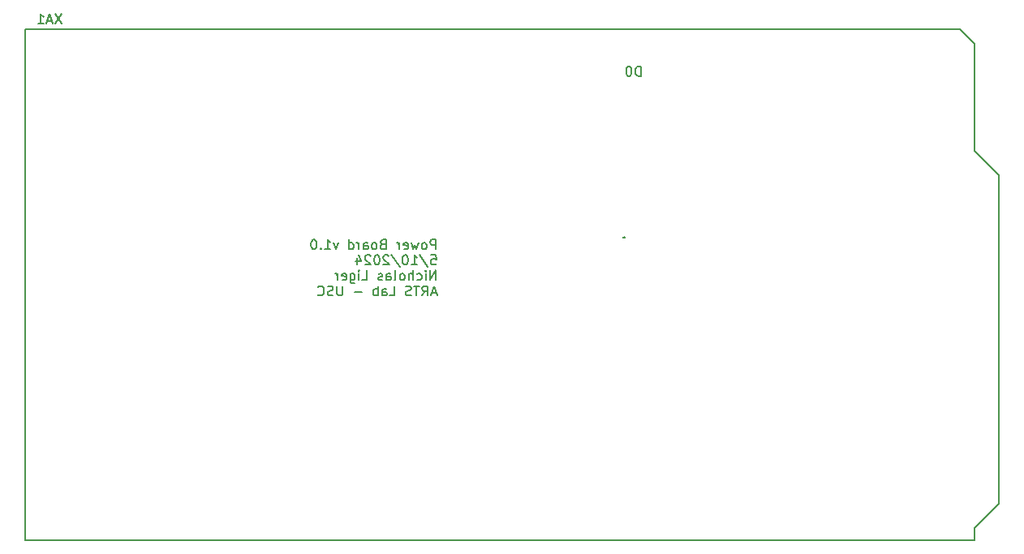
<source format=gbr>
%TF.GenerationSoftware,KiCad,Pcbnew,7.0.10*%
%TF.CreationDate,2024-05-14T13:40:59-04:00*%
%TF.ProjectId,Power PCB,506f7765-7220-4504-9342-2e6b69636164,rev?*%
%TF.SameCoordinates,Original*%
%TF.FileFunction,Legend,Bot*%
%TF.FilePolarity,Positive*%
%FSLAX46Y46*%
G04 Gerber Fmt 4.6, Leading zero omitted, Abs format (unit mm)*
G04 Created by KiCad (PCBNEW 7.0.10) date 2024-05-14 13:40:59*
%MOMM*%
%LPD*%
G01*
G04 APERTURE LIST*
%ADD10C,0.150000*%
G04 APERTURE END LIST*
D10*
X141903220Y-81399819D02*
X141903220Y-80399819D01*
X141903220Y-80399819D02*
X141522268Y-80399819D01*
X141522268Y-80399819D02*
X141427030Y-80447438D01*
X141427030Y-80447438D02*
X141379411Y-80495057D01*
X141379411Y-80495057D02*
X141331792Y-80590295D01*
X141331792Y-80590295D02*
X141331792Y-80733152D01*
X141331792Y-80733152D02*
X141379411Y-80828390D01*
X141379411Y-80828390D02*
X141427030Y-80876009D01*
X141427030Y-80876009D02*
X141522268Y-80923628D01*
X141522268Y-80923628D02*
X141903220Y-80923628D01*
X140760363Y-81399819D02*
X140855601Y-81352200D01*
X140855601Y-81352200D02*
X140903220Y-81304580D01*
X140903220Y-81304580D02*
X140950839Y-81209342D01*
X140950839Y-81209342D02*
X140950839Y-80923628D01*
X140950839Y-80923628D02*
X140903220Y-80828390D01*
X140903220Y-80828390D02*
X140855601Y-80780771D01*
X140855601Y-80780771D02*
X140760363Y-80733152D01*
X140760363Y-80733152D02*
X140617506Y-80733152D01*
X140617506Y-80733152D02*
X140522268Y-80780771D01*
X140522268Y-80780771D02*
X140474649Y-80828390D01*
X140474649Y-80828390D02*
X140427030Y-80923628D01*
X140427030Y-80923628D02*
X140427030Y-81209342D01*
X140427030Y-81209342D02*
X140474649Y-81304580D01*
X140474649Y-81304580D02*
X140522268Y-81352200D01*
X140522268Y-81352200D02*
X140617506Y-81399819D01*
X140617506Y-81399819D02*
X140760363Y-81399819D01*
X140093696Y-80733152D02*
X139903220Y-81399819D01*
X139903220Y-81399819D02*
X139712744Y-80923628D01*
X139712744Y-80923628D02*
X139522268Y-81399819D01*
X139522268Y-81399819D02*
X139331792Y-80733152D01*
X138569887Y-81352200D02*
X138665125Y-81399819D01*
X138665125Y-81399819D02*
X138855601Y-81399819D01*
X138855601Y-81399819D02*
X138950839Y-81352200D01*
X138950839Y-81352200D02*
X138998458Y-81256961D01*
X138998458Y-81256961D02*
X138998458Y-80876009D01*
X138998458Y-80876009D02*
X138950839Y-80780771D01*
X138950839Y-80780771D02*
X138855601Y-80733152D01*
X138855601Y-80733152D02*
X138665125Y-80733152D01*
X138665125Y-80733152D02*
X138569887Y-80780771D01*
X138569887Y-80780771D02*
X138522268Y-80876009D01*
X138522268Y-80876009D02*
X138522268Y-80971247D01*
X138522268Y-80971247D02*
X138998458Y-81066485D01*
X138093696Y-81399819D02*
X138093696Y-80733152D01*
X138093696Y-80923628D02*
X138046077Y-80828390D01*
X138046077Y-80828390D02*
X137998458Y-80780771D01*
X137998458Y-80780771D02*
X137903220Y-80733152D01*
X137903220Y-80733152D02*
X137807982Y-80733152D01*
X136379410Y-80876009D02*
X136236553Y-80923628D01*
X136236553Y-80923628D02*
X136188934Y-80971247D01*
X136188934Y-80971247D02*
X136141315Y-81066485D01*
X136141315Y-81066485D02*
X136141315Y-81209342D01*
X136141315Y-81209342D02*
X136188934Y-81304580D01*
X136188934Y-81304580D02*
X136236553Y-81352200D01*
X136236553Y-81352200D02*
X136331791Y-81399819D01*
X136331791Y-81399819D02*
X136712743Y-81399819D01*
X136712743Y-81399819D02*
X136712743Y-80399819D01*
X136712743Y-80399819D02*
X136379410Y-80399819D01*
X136379410Y-80399819D02*
X136284172Y-80447438D01*
X136284172Y-80447438D02*
X136236553Y-80495057D01*
X136236553Y-80495057D02*
X136188934Y-80590295D01*
X136188934Y-80590295D02*
X136188934Y-80685533D01*
X136188934Y-80685533D02*
X136236553Y-80780771D01*
X136236553Y-80780771D02*
X136284172Y-80828390D01*
X136284172Y-80828390D02*
X136379410Y-80876009D01*
X136379410Y-80876009D02*
X136712743Y-80876009D01*
X135569886Y-81399819D02*
X135665124Y-81352200D01*
X135665124Y-81352200D02*
X135712743Y-81304580D01*
X135712743Y-81304580D02*
X135760362Y-81209342D01*
X135760362Y-81209342D02*
X135760362Y-80923628D01*
X135760362Y-80923628D02*
X135712743Y-80828390D01*
X135712743Y-80828390D02*
X135665124Y-80780771D01*
X135665124Y-80780771D02*
X135569886Y-80733152D01*
X135569886Y-80733152D02*
X135427029Y-80733152D01*
X135427029Y-80733152D02*
X135331791Y-80780771D01*
X135331791Y-80780771D02*
X135284172Y-80828390D01*
X135284172Y-80828390D02*
X135236553Y-80923628D01*
X135236553Y-80923628D02*
X135236553Y-81209342D01*
X135236553Y-81209342D02*
X135284172Y-81304580D01*
X135284172Y-81304580D02*
X135331791Y-81352200D01*
X135331791Y-81352200D02*
X135427029Y-81399819D01*
X135427029Y-81399819D02*
X135569886Y-81399819D01*
X134379410Y-81399819D02*
X134379410Y-80876009D01*
X134379410Y-80876009D02*
X134427029Y-80780771D01*
X134427029Y-80780771D02*
X134522267Y-80733152D01*
X134522267Y-80733152D02*
X134712743Y-80733152D01*
X134712743Y-80733152D02*
X134807981Y-80780771D01*
X134379410Y-81352200D02*
X134474648Y-81399819D01*
X134474648Y-81399819D02*
X134712743Y-81399819D01*
X134712743Y-81399819D02*
X134807981Y-81352200D01*
X134807981Y-81352200D02*
X134855600Y-81256961D01*
X134855600Y-81256961D02*
X134855600Y-81161723D01*
X134855600Y-81161723D02*
X134807981Y-81066485D01*
X134807981Y-81066485D02*
X134712743Y-81018866D01*
X134712743Y-81018866D02*
X134474648Y-81018866D01*
X134474648Y-81018866D02*
X134379410Y-80971247D01*
X133903219Y-81399819D02*
X133903219Y-80733152D01*
X133903219Y-80923628D02*
X133855600Y-80828390D01*
X133855600Y-80828390D02*
X133807981Y-80780771D01*
X133807981Y-80780771D02*
X133712743Y-80733152D01*
X133712743Y-80733152D02*
X133617505Y-80733152D01*
X132855600Y-81399819D02*
X132855600Y-80399819D01*
X132855600Y-81352200D02*
X132950838Y-81399819D01*
X132950838Y-81399819D02*
X133141314Y-81399819D01*
X133141314Y-81399819D02*
X133236552Y-81352200D01*
X133236552Y-81352200D02*
X133284171Y-81304580D01*
X133284171Y-81304580D02*
X133331790Y-81209342D01*
X133331790Y-81209342D02*
X133331790Y-80923628D01*
X133331790Y-80923628D02*
X133284171Y-80828390D01*
X133284171Y-80828390D02*
X133236552Y-80780771D01*
X133236552Y-80780771D02*
X133141314Y-80733152D01*
X133141314Y-80733152D02*
X132950838Y-80733152D01*
X132950838Y-80733152D02*
X132855600Y-80780771D01*
X131712742Y-80733152D02*
X131474647Y-81399819D01*
X131474647Y-81399819D02*
X131236552Y-80733152D01*
X130331790Y-81399819D02*
X130903218Y-81399819D01*
X130617504Y-81399819D02*
X130617504Y-80399819D01*
X130617504Y-80399819D02*
X130712742Y-80542676D01*
X130712742Y-80542676D02*
X130807980Y-80637914D01*
X130807980Y-80637914D02*
X130903218Y-80685533D01*
X129903218Y-81304580D02*
X129855599Y-81352200D01*
X129855599Y-81352200D02*
X129903218Y-81399819D01*
X129903218Y-81399819D02*
X129950837Y-81352200D01*
X129950837Y-81352200D02*
X129903218Y-81304580D01*
X129903218Y-81304580D02*
X129903218Y-81399819D01*
X129236552Y-80399819D02*
X129141314Y-80399819D01*
X129141314Y-80399819D02*
X129046076Y-80447438D01*
X129046076Y-80447438D02*
X128998457Y-80495057D01*
X128998457Y-80495057D02*
X128950838Y-80590295D01*
X128950838Y-80590295D02*
X128903219Y-80780771D01*
X128903219Y-80780771D02*
X128903219Y-81018866D01*
X128903219Y-81018866D02*
X128950838Y-81209342D01*
X128950838Y-81209342D02*
X128998457Y-81304580D01*
X128998457Y-81304580D02*
X129046076Y-81352200D01*
X129046076Y-81352200D02*
X129141314Y-81399819D01*
X129141314Y-81399819D02*
X129236552Y-81399819D01*
X129236552Y-81399819D02*
X129331790Y-81352200D01*
X129331790Y-81352200D02*
X129379409Y-81304580D01*
X129379409Y-81304580D02*
X129427028Y-81209342D01*
X129427028Y-81209342D02*
X129474647Y-81018866D01*
X129474647Y-81018866D02*
X129474647Y-80780771D01*
X129474647Y-80780771D02*
X129427028Y-80590295D01*
X129427028Y-80590295D02*
X129379409Y-80495057D01*
X129379409Y-80495057D02*
X129331790Y-80447438D01*
X129331790Y-80447438D02*
X129236552Y-80399819D01*
X141427030Y-82009819D02*
X141903220Y-82009819D01*
X141903220Y-82009819D02*
X141950839Y-82486009D01*
X141950839Y-82486009D02*
X141903220Y-82438390D01*
X141903220Y-82438390D02*
X141807982Y-82390771D01*
X141807982Y-82390771D02*
X141569887Y-82390771D01*
X141569887Y-82390771D02*
X141474649Y-82438390D01*
X141474649Y-82438390D02*
X141427030Y-82486009D01*
X141427030Y-82486009D02*
X141379411Y-82581247D01*
X141379411Y-82581247D02*
X141379411Y-82819342D01*
X141379411Y-82819342D02*
X141427030Y-82914580D01*
X141427030Y-82914580D02*
X141474649Y-82962200D01*
X141474649Y-82962200D02*
X141569887Y-83009819D01*
X141569887Y-83009819D02*
X141807982Y-83009819D01*
X141807982Y-83009819D02*
X141903220Y-82962200D01*
X141903220Y-82962200D02*
X141950839Y-82914580D01*
X140236554Y-81962200D02*
X141093696Y-83247914D01*
X139379411Y-83009819D02*
X139950839Y-83009819D01*
X139665125Y-83009819D02*
X139665125Y-82009819D01*
X139665125Y-82009819D02*
X139760363Y-82152676D01*
X139760363Y-82152676D02*
X139855601Y-82247914D01*
X139855601Y-82247914D02*
X139950839Y-82295533D01*
X138760363Y-82009819D02*
X138665125Y-82009819D01*
X138665125Y-82009819D02*
X138569887Y-82057438D01*
X138569887Y-82057438D02*
X138522268Y-82105057D01*
X138522268Y-82105057D02*
X138474649Y-82200295D01*
X138474649Y-82200295D02*
X138427030Y-82390771D01*
X138427030Y-82390771D02*
X138427030Y-82628866D01*
X138427030Y-82628866D02*
X138474649Y-82819342D01*
X138474649Y-82819342D02*
X138522268Y-82914580D01*
X138522268Y-82914580D02*
X138569887Y-82962200D01*
X138569887Y-82962200D02*
X138665125Y-83009819D01*
X138665125Y-83009819D02*
X138760363Y-83009819D01*
X138760363Y-83009819D02*
X138855601Y-82962200D01*
X138855601Y-82962200D02*
X138903220Y-82914580D01*
X138903220Y-82914580D02*
X138950839Y-82819342D01*
X138950839Y-82819342D02*
X138998458Y-82628866D01*
X138998458Y-82628866D02*
X138998458Y-82390771D01*
X138998458Y-82390771D02*
X138950839Y-82200295D01*
X138950839Y-82200295D02*
X138903220Y-82105057D01*
X138903220Y-82105057D02*
X138855601Y-82057438D01*
X138855601Y-82057438D02*
X138760363Y-82009819D01*
X137284173Y-81962200D02*
X138141315Y-83247914D01*
X136998458Y-82105057D02*
X136950839Y-82057438D01*
X136950839Y-82057438D02*
X136855601Y-82009819D01*
X136855601Y-82009819D02*
X136617506Y-82009819D01*
X136617506Y-82009819D02*
X136522268Y-82057438D01*
X136522268Y-82057438D02*
X136474649Y-82105057D01*
X136474649Y-82105057D02*
X136427030Y-82200295D01*
X136427030Y-82200295D02*
X136427030Y-82295533D01*
X136427030Y-82295533D02*
X136474649Y-82438390D01*
X136474649Y-82438390D02*
X137046077Y-83009819D01*
X137046077Y-83009819D02*
X136427030Y-83009819D01*
X135807982Y-82009819D02*
X135712744Y-82009819D01*
X135712744Y-82009819D02*
X135617506Y-82057438D01*
X135617506Y-82057438D02*
X135569887Y-82105057D01*
X135569887Y-82105057D02*
X135522268Y-82200295D01*
X135522268Y-82200295D02*
X135474649Y-82390771D01*
X135474649Y-82390771D02*
X135474649Y-82628866D01*
X135474649Y-82628866D02*
X135522268Y-82819342D01*
X135522268Y-82819342D02*
X135569887Y-82914580D01*
X135569887Y-82914580D02*
X135617506Y-82962200D01*
X135617506Y-82962200D02*
X135712744Y-83009819D01*
X135712744Y-83009819D02*
X135807982Y-83009819D01*
X135807982Y-83009819D02*
X135903220Y-82962200D01*
X135903220Y-82962200D02*
X135950839Y-82914580D01*
X135950839Y-82914580D02*
X135998458Y-82819342D01*
X135998458Y-82819342D02*
X136046077Y-82628866D01*
X136046077Y-82628866D02*
X136046077Y-82390771D01*
X136046077Y-82390771D02*
X135998458Y-82200295D01*
X135998458Y-82200295D02*
X135950839Y-82105057D01*
X135950839Y-82105057D02*
X135903220Y-82057438D01*
X135903220Y-82057438D02*
X135807982Y-82009819D01*
X135093696Y-82105057D02*
X135046077Y-82057438D01*
X135046077Y-82057438D02*
X134950839Y-82009819D01*
X134950839Y-82009819D02*
X134712744Y-82009819D01*
X134712744Y-82009819D02*
X134617506Y-82057438D01*
X134617506Y-82057438D02*
X134569887Y-82105057D01*
X134569887Y-82105057D02*
X134522268Y-82200295D01*
X134522268Y-82200295D02*
X134522268Y-82295533D01*
X134522268Y-82295533D02*
X134569887Y-82438390D01*
X134569887Y-82438390D02*
X135141315Y-83009819D01*
X135141315Y-83009819D02*
X134522268Y-83009819D01*
X133665125Y-82343152D02*
X133665125Y-83009819D01*
X133903220Y-81962200D02*
X134141315Y-82676485D01*
X134141315Y-82676485D02*
X133522268Y-82676485D01*
X141903220Y-84619819D02*
X141903220Y-83619819D01*
X141903220Y-83619819D02*
X141331792Y-84619819D01*
X141331792Y-84619819D02*
X141331792Y-83619819D01*
X140855601Y-84619819D02*
X140855601Y-83953152D01*
X140855601Y-83619819D02*
X140903220Y-83667438D01*
X140903220Y-83667438D02*
X140855601Y-83715057D01*
X140855601Y-83715057D02*
X140807982Y-83667438D01*
X140807982Y-83667438D02*
X140855601Y-83619819D01*
X140855601Y-83619819D02*
X140855601Y-83715057D01*
X139950840Y-84572200D02*
X140046078Y-84619819D01*
X140046078Y-84619819D02*
X140236554Y-84619819D01*
X140236554Y-84619819D02*
X140331792Y-84572200D01*
X140331792Y-84572200D02*
X140379411Y-84524580D01*
X140379411Y-84524580D02*
X140427030Y-84429342D01*
X140427030Y-84429342D02*
X140427030Y-84143628D01*
X140427030Y-84143628D02*
X140379411Y-84048390D01*
X140379411Y-84048390D02*
X140331792Y-84000771D01*
X140331792Y-84000771D02*
X140236554Y-83953152D01*
X140236554Y-83953152D02*
X140046078Y-83953152D01*
X140046078Y-83953152D02*
X139950840Y-84000771D01*
X139522268Y-84619819D02*
X139522268Y-83619819D01*
X139093697Y-84619819D02*
X139093697Y-84096009D01*
X139093697Y-84096009D02*
X139141316Y-84000771D01*
X139141316Y-84000771D02*
X139236554Y-83953152D01*
X139236554Y-83953152D02*
X139379411Y-83953152D01*
X139379411Y-83953152D02*
X139474649Y-84000771D01*
X139474649Y-84000771D02*
X139522268Y-84048390D01*
X138474649Y-84619819D02*
X138569887Y-84572200D01*
X138569887Y-84572200D02*
X138617506Y-84524580D01*
X138617506Y-84524580D02*
X138665125Y-84429342D01*
X138665125Y-84429342D02*
X138665125Y-84143628D01*
X138665125Y-84143628D02*
X138617506Y-84048390D01*
X138617506Y-84048390D02*
X138569887Y-84000771D01*
X138569887Y-84000771D02*
X138474649Y-83953152D01*
X138474649Y-83953152D02*
X138331792Y-83953152D01*
X138331792Y-83953152D02*
X138236554Y-84000771D01*
X138236554Y-84000771D02*
X138188935Y-84048390D01*
X138188935Y-84048390D02*
X138141316Y-84143628D01*
X138141316Y-84143628D02*
X138141316Y-84429342D01*
X138141316Y-84429342D02*
X138188935Y-84524580D01*
X138188935Y-84524580D02*
X138236554Y-84572200D01*
X138236554Y-84572200D02*
X138331792Y-84619819D01*
X138331792Y-84619819D02*
X138474649Y-84619819D01*
X137569887Y-84619819D02*
X137665125Y-84572200D01*
X137665125Y-84572200D02*
X137712744Y-84476961D01*
X137712744Y-84476961D02*
X137712744Y-83619819D01*
X136760363Y-84619819D02*
X136760363Y-84096009D01*
X136760363Y-84096009D02*
X136807982Y-84000771D01*
X136807982Y-84000771D02*
X136903220Y-83953152D01*
X136903220Y-83953152D02*
X137093696Y-83953152D01*
X137093696Y-83953152D02*
X137188934Y-84000771D01*
X136760363Y-84572200D02*
X136855601Y-84619819D01*
X136855601Y-84619819D02*
X137093696Y-84619819D01*
X137093696Y-84619819D02*
X137188934Y-84572200D01*
X137188934Y-84572200D02*
X137236553Y-84476961D01*
X137236553Y-84476961D02*
X137236553Y-84381723D01*
X137236553Y-84381723D02*
X137188934Y-84286485D01*
X137188934Y-84286485D02*
X137093696Y-84238866D01*
X137093696Y-84238866D02*
X136855601Y-84238866D01*
X136855601Y-84238866D02*
X136760363Y-84191247D01*
X136331791Y-84572200D02*
X136236553Y-84619819D01*
X136236553Y-84619819D02*
X136046077Y-84619819D01*
X136046077Y-84619819D02*
X135950839Y-84572200D01*
X135950839Y-84572200D02*
X135903220Y-84476961D01*
X135903220Y-84476961D02*
X135903220Y-84429342D01*
X135903220Y-84429342D02*
X135950839Y-84334104D01*
X135950839Y-84334104D02*
X136046077Y-84286485D01*
X136046077Y-84286485D02*
X136188934Y-84286485D01*
X136188934Y-84286485D02*
X136284172Y-84238866D01*
X136284172Y-84238866D02*
X136331791Y-84143628D01*
X136331791Y-84143628D02*
X136331791Y-84096009D01*
X136331791Y-84096009D02*
X136284172Y-84000771D01*
X136284172Y-84000771D02*
X136188934Y-83953152D01*
X136188934Y-83953152D02*
X136046077Y-83953152D01*
X136046077Y-83953152D02*
X135950839Y-84000771D01*
X134236553Y-84619819D02*
X134712743Y-84619819D01*
X134712743Y-84619819D02*
X134712743Y-83619819D01*
X133903219Y-84619819D02*
X133903219Y-83953152D01*
X133903219Y-83619819D02*
X133950838Y-83667438D01*
X133950838Y-83667438D02*
X133903219Y-83715057D01*
X133903219Y-83715057D02*
X133855600Y-83667438D01*
X133855600Y-83667438D02*
X133903219Y-83619819D01*
X133903219Y-83619819D02*
X133903219Y-83715057D01*
X132998458Y-83953152D02*
X132998458Y-84762676D01*
X132998458Y-84762676D02*
X133046077Y-84857914D01*
X133046077Y-84857914D02*
X133093696Y-84905533D01*
X133093696Y-84905533D02*
X133188934Y-84953152D01*
X133188934Y-84953152D02*
X133331791Y-84953152D01*
X133331791Y-84953152D02*
X133427029Y-84905533D01*
X132998458Y-84572200D02*
X133093696Y-84619819D01*
X133093696Y-84619819D02*
X133284172Y-84619819D01*
X133284172Y-84619819D02*
X133379410Y-84572200D01*
X133379410Y-84572200D02*
X133427029Y-84524580D01*
X133427029Y-84524580D02*
X133474648Y-84429342D01*
X133474648Y-84429342D02*
X133474648Y-84143628D01*
X133474648Y-84143628D02*
X133427029Y-84048390D01*
X133427029Y-84048390D02*
X133379410Y-84000771D01*
X133379410Y-84000771D02*
X133284172Y-83953152D01*
X133284172Y-83953152D02*
X133093696Y-83953152D01*
X133093696Y-83953152D02*
X132998458Y-84000771D01*
X132141315Y-84572200D02*
X132236553Y-84619819D01*
X132236553Y-84619819D02*
X132427029Y-84619819D01*
X132427029Y-84619819D02*
X132522267Y-84572200D01*
X132522267Y-84572200D02*
X132569886Y-84476961D01*
X132569886Y-84476961D02*
X132569886Y-84096009D01*
X132569886Y-84096009D02*
X132522267Y-84000771D01*
X132522267Y-84000771D02*
X132427029Y-83953152D01*
X132427029Y-83953152D02*
X132236553Y-83953152D01*
X132236553Y-83953152D02*
X132141315Y-84000771D01*
X132141315Y-84000771D02*
X132093696Y-84096009D01*
X132093696Y-84096009D02*
X132093696Y-84191247D01*
X132093696Y-84191247D02*
X132569886Y-84286485D01*
X131665124Y-84619819D02*
X131665124Y-83953152D01*
X131665124Y-84143628D02*
X131617505Y-84048390D01*
X131617505Y-84048390D02*
X131569886Y-84000771D01*
X131569886Y-84000771D02*
X131474648Y-83953152D01*
X131474648Y-83953152D02*
X131379410Y-83953152D01*
X141950839Y-85944104D02*
X141474649Y-85944104D01*
X142046077Y-86229819D02*
X141712744Y-85229819D01*
X141712744Y-85229819D02*
X141379411Y-86229819D01*
X140474649Y-86229819D02*
X140807982Y-85753628D01*
X141046077Y-86229819D02*
X141046077Y-85229819D01*
X141046077Y-85229819D02*
X140665125Y-85229819D01*
X140665125Y-85229819D02*
X140569887Y-85277438D01*
X140569887Y-85277438D02*
X140522268Y-85325057D01*
X140522268Y-85325057D02*
X140474649Y-85420295D01*
X140474649Y-85420295D02*
X140474649Y-85563152D01*
X140474649Y-85563152D02*
X140522268Y-85658390D01*
X140522268Y-85658390D02*
X140569887Y-85706009D01*
X140569887Y-85706009D02*
X140665125Y-85753628D01*
X140665125Y-85753628D02*
X141046077Y-85753628D01*
X140188934Y-85229819D02*
X139617506Y-85229819D01*
X139903220Y-86229819D02*
X139903220Y-85229819D01*
X139331791Y-86182200D02*
X139188934Y-86229819D01*
X139188934Y-86229819D02*
X138950839Y-86229819D01*
X138950839Y-86229819D02*
X138855601Y-86182200D01*
X138855601Y-86182200D02*
X138807982Y-86134580D01*
X138807982Y-86134580D02*
X138760363Y-86039342D01*
X138760363Y-86039342D02*
X138760363Y-85944104D01*
X138760363Y-85944104D02*
X138807982Y-85848866D01*
X138807982Y-85848866D02*
X138855601Y-85801247D01*
X138855601Y-85801247D02*
X138950839Y-85753628D01*
X138950839Y-85753628D02*
X139141315Y-85706009D01*
X139141315Y-85706009D02*
X139236553Y-85658390D01*
X139236553Y-85658390D02*
X139284172Y-85610771D01*
X139284172Y-85610771D02*
X139331791Y-85515533D01*
X139331791Y-85515533D02*
X139331791Y-85420295D01*
X139331791Y-85420295D02*
X139284172Y-85325057D01*
X139284172Y-85325057D02*
X139236553Y-85277438D01*
X139236553Y-85277438D02*
X139141315Y-85229819D01*
X139141315Y-85229819D02*
X138903220Y-85229819D01*
X138903220Y-85229819D02*
X138760363Y-85277438D01*
X137093696Y-86229819D02*
X137569886Y-86229819D01*
X137569886Y-86229819D02*
X137569886Y-85229819D01*
X136331791Y-86229819D02*
X136331791Y-85706009D01*
X136331791Y-85706009D02*
X136379410Y-85610771D01*
X136379410Y-85610771D02*
X136474648Y-85563152D01*
X136474648Y-85563152D02*
X136665124Y-85563152D01*
X136665124Y-85563152D02*
X136760362Y-85610771D01*
X136331791Y-86182200D02*
X136427029Y-86229819D01*
X136427029Y-86229819D02*
X136665124Y-86229819D01*
X136665124Y-86229819D02*
X136760362Y-86182200D01*
X136760362Y-86182200D02*
X136807981Y-86086961D01*
X136807981Y-86086961D02*
X136807981Y-85991723D01*
X136807981Y-85991723D02*
X136760362Y-85896485D01*
X136760362Y-85896485D02*
X136665124Y-85848866D01*
X136665124Y-85848866D02*
X136427029Y-85848866D01*
X136427029Y-85848866D02*
X136331791Y-85801247D01*
X135855600Y-86229819D02*
X135855600Y-85229819D01*
X135855600Y-85610771D02*
X135760362Y-85563152D01*
X135760362Y-85563152D02*
X135569886Y-85563152D01*
X135569886Y-85563152D02*
X135474648Y-85610771D01*
X135474648Y-85610771D02*
X135427029Y-85658390D01*
X135427029Y-85658390D02*
X135379410Y-85753628D01*
X135379410Y-85753628D02*
X135379410Y-86039342D01*
X135379410Y-86039342D02*
X135427029Y-86134580D01*
X135427029Y-86134580D02*
X135474648Y-86182200D01*
X135474648Y-86182200D02*
X135569886Y-86229819D01*
X135569886Y-86229819D02*
X135760362Y-86229819D01*
X135760362Y-86229819D02*
X135855600Y-86182200D01*
X134188933Y-85848866D02*
X133427029Y-85848866D01*
X132188933Y-85229819D02*
X132188933Y-86039342D01*
X132188933Y-86039342D02*
X132141314Y-86134580D01*
X132141314Y-86134580D02*
X132093695Y-86182200D01*
X132093695Y-86182200D02*
X131998457Y-86229819D01*
X131998457Y-86229819D02*
X131807981Y-86229819D01*
X131807981Y-86229819D02*
X131712743Y-86182200D01*
X131712743Y-86182200D02*
X131665124Y-86134580D01*
X131665124Y-86134580D02*
X131617505Y-86039342D01*
X131617505Y-86039342D02*
X131617505Y-85229819D01*
X131188933Y-86182200D02*
X131046076Y-86229819D01*
X131046076Y-86229819D02*
X130807981Y-86229819D01*
X130807981Y-86229819D02*
X130712743Y-86182200D01*
X130712743Y-86182200D02*
X130665124Y-86134580D01*
X130665124Y-86134580D02*
X130617505Y-86039342D01*
X130617505Y-86039342D02*
X130617505Y-85944104D01*
X130617505Y-85944104D02*
X130665124Y-85848866D01*
X130665124Y-85848866D02*
X130712743Y-85801247D01*
X130712743Y-85801247D02*
X130807981Y-85753628D01*
X130807981Y-85753628D02*
X130998457Y-85706009D01*
X130998457Y-85706009D02*
X131093695Y-85658390D01*
X131093695Y-85658390D02*
X131141314Y-85610771D01*
X131141314Y-85610771D02*
X131188933Y-85515533D01*
X131188933Y-85515533D02*
X131188933Y-85420295D01*
X131188933Y-85420295D02*
X131141314Y-85325057D01*
X131141314Y-85325057D02*
X131093695Y-85277438D01*
X131093695Y-85277438D02*
X130998457Y-85229819D01*
X130998457Y-85229819D02*
X130760362Y-85229819D01*
X130760362Y-85229819D02*
X130617505Y-85277438D01*
X129617505Y-86134580D02*
X129665124Y-86182200D01*
X129665124Y-86182200D02*
X129807981Y-86229819D01*
X129807981Y-86229819D02*
X129903219Y-86229819D01*
X129903219Y-86229819D02*
X130046076Y-86182200D01*
X130046076Y-86182200D02*
X130141314Y-86086961D01*
X130141314Y-86086961D02*
X130188933Y-85991723D01*
X130188933Y-85991723D02*
X130236552Y-85801247D01*
X130236552Y-85801247D02*
X130236552Y-85658390D01*
X130236552Y-85658390D02*
X130188933Y-85467914D01*
X130188933Y-85467914D02*
X130141314Y-85372676D01*
X130141314Y-85372676D02*
X130046076Y-85277438D01*
X130046076Y-85277438D02*
X129903219Y-85229819D01*
X129903219Y-85229819D02*
X129807981Y-85229819D01*
X129807981Y-85229819D02*
X129665124Y-85277438D01*
X129665124Y-85277438D02*
X129617505Y-85325057D01*
X102838094Y-56858819D02*
X102171428Y-57858819D01*
X102171428Y-56858819D02*
X102838094Y-57858819D01*
X101838094Y-57573104D02*
X101361904Y-57573104D01*
X101933332Y-57858819D02*
X101599999Y-56858819D01*
X101599999Y-56858819D02*
X101266666Y-57858819D01*
X100409523Y-57858819D02*
X100980951Y-57858819D01*
X100695237Y-57858819D02*
X100695237Y-56858819D01*
X100695237Y-56858819D02*
X100790475Y-57001676D01*
X100790475Y-57001676D02*
X100885713Y-57096914D01*
X100885713Y-57096914D02*
X100980951Y-57144533D01*
X163298094Y-63319819D02*
X163298094Y-62319819D01*
X163298094Y-62319819D02*
X163059999Y-62319819D01*
X163059999Y-62319819D02*
X162917142Y-62367438D01*
X162917142Y-62367438D02*
X162821904Y-62462676D01*
X162821904Y-62462676D02*
X162774285Y-62557914D01*
X162774285Y-62557914D02*
X162726666Y-62748390D01*
X162726666Y-62748390D02*
X162726666Y-62891247D01*
X162726666Y-62891247D02*
X162774285Y-63081723D01*
X162774285Y-63081723D02*
X162821904Y-63176961D01*
X162821904Y-63176961D02*
X162917142Y-63272200D01*
X162917142Y-63272200D02*
X163059999Y-63319819D01*
X163059999Y-63319819D02*
X163298094Y-63319819D01*
X162107618Y-62319819D02*
X162012380Y-62319819D01*
X162012380Y-62319819D02*
X161917142Y-62367438D01*
X161917142Y-62367438D02*
X161869523Y-62415057D01*
X161869523Y-62415057D02*
X161821904Y-62510295D01*
X161821904Y-62510295D02*
X161774285Y-62700771D01*
X161774285Y-62700771D02*
X161774285Y-62938866D01*
X161774285Y-62938866D02*
X161821904Y-63129342D01*
X161821904Y-63129342D02*
X161869523Y-63224580D01*
X161869523Y-63224580D02*
X161917142Y-63272200D01*
X161917142Y-63272200D02*
X162012380Y-63319819D01*
X162012380Y-63319819D02*
X162107618Y-63319819D01*
X162107618Y-63319819D02*
X162202856Y-63272200D01*
X162202856Y-63272200D02*
X162250475Y-63224580D01*
X162250475Y-63224580D02*
X162298094Y-63129342D01*
X162298094Y-63129342D02*
X162345713Y-62938866D01*
X162345713Y-62938866D02*
X162345713Y-62700771D01*
X162345713Y-62700771D02*
X162298094Y-62510295D01*
X162298094Y-62510295D02*
X162250475Y-62415057D01*
X162250475Y-62415057D02*
X162202856Y-62367438D01*
X162202856Y-62367438D02*
X162107618Y-62319819D01*
X161544000Y-80115580D02*
X161591619Y-80163200D01*
X161591619Y-80163200D02*
X161544000Y-80210819D01*
X161544000Y-80210819D02*
X161496381Y-80163200D01*
X161496381Y-80163200D02*
X161544000Y-80115580D01*
X161544000Y-80115580D02*
X161544000Y-80210819D01*
%TO.C,XA1*%
X99060000Y-58420000D02*
X99060000Y-111760000D01*
X99060000Y-58420000D02*
X196596000Y-58420000D01*
X99060000Y-111760000D02*
X198120000Y-111760000D01*
X196596000Y-58420000D02*
X198120000Y-59944000D01*
X198120000Y-71120000D02*
X198120000Y-59944000D01*
X198120000Y-110490000D02*
X200660000Y-107950000D01*
X198120000Y-111760000D02*
X198120000Y-110490000D01*
X200660000Y-73660000D02*
X198120000Y-71120000D01*
X200660000Y-107950000D02*
X200660000Y-73660000D01*
%TD*%
M02*

</source>
